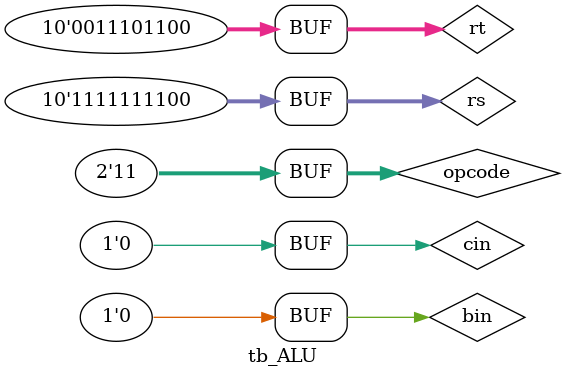
<source format=v>
module ALU(
    output wire [9:0] result,
    output wire cout, bout,
    input wire [9:0] rs,rt,
    input wire [1:0] opcode,
    input wire cin, bin
    );
    
    wire [9:0] add_result, sub_result, shift_result, nor_result; //local wires for possible alu results
    
    adder10 addALU(add_result [9:0], cout, rs [9:0], rt [9:0], cin);
    
    sub10bit subtractALU(sub_result[9:0], bout, rs [9:0], rt[9:0], bin);
    
    shift shiftALU(shift_result[9:0], rt [9:0], rs [9:0]);
    
    //nor gate 
    nor(nor_result[0], rs[0],rt[0]);
    nor(nor_result[1], rs[1], rt[1]);
    nor(nor_result[2], rs[2], rt[2]);
    nor(nor_result[3], rs[3], rt[3]);
    nor(nor_result[4], rs[4], rt[4]);
    nor(nor_result[5], rs[5], rt[5]);
    nor(nor_result[6], rs[6], rt[6]);
    nor(nor_result[7], rs[7], rt[7]);
    nor(nor_result[8], rs[8], rt[8]);
    nor(nor_result[9], rs[9], rt[9]);
        
    //ALU Mux 
    //0 selects add, 1 selects subtract, 2 selects shift, 3 selects nor
    mux4x1 ALUMux(result [9:0], add_result[9:0], sub_result[9:0], shift_result[9:0], nor_result[9:0], opcode [1:0]);   

endmodule

module tb_ALU();
    wire [9:0] result;
    wire cout, bout;
    reg [9:0] rs,rt;
    reg [1:0] opcode;
    reg cin, bin;
    
    ALU SUT(.result(result), .cout(cout), .bout(bout), .rs (rs), .rt(rt), .opcode(opcode), .cin(cin), .bin(bin));
    
    parameter PERIOD = 10;
    
    initial begin
        
        //initialize inputs 
        rs = 10'b0000000000;
        rt = 10'b0000000000;
        cin = 1'b0;
        bin = 1'b0;
        opcode = 2'b00;
        #PERIOD;
        
        //test addition
        rs = 10'b0000000011; //3
        rt = 10'b0000000101; //5
        opcode = 2'b00; //add
        #PERIOD;
        
        //test subtraction
        rs = 10'b0000001010; //10
        rt = 10'b0000000011; //3
        opcode = 2'b01; //subract
        #PERIOD;
        
        //test shift
        rs = 10'b0000000010; 
        rt = 10'b0000000001;
        opcode = 2'b10; //shift left
        #PERIOD;
        
        rs = 10'b0000000010; 
        rt = 10'b1111111111;
        opcode = 2'b10; //shift right 
        #PERIOD;
        
        //test nor
        rs = 10'b1111111100;
        rt = 10'b0011101100;
        opcode = 2'b11; //nor
        #PERIOD;
        
    end
endmodule
    


</source>
